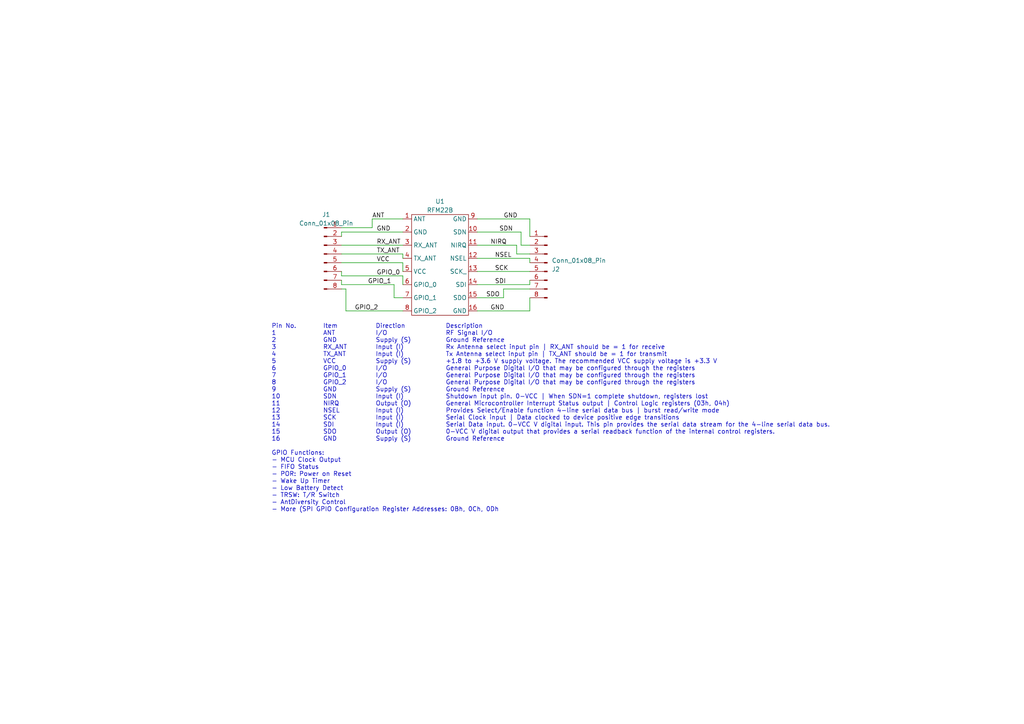
<source format=kicad_sch>
(kicad_sch (version 20230121) (generator eeschema)
  (paper "A4")
  (lib_symbols
    (symbol "Connector:Conn_01x08_Pin" (pin_names (offset 1.016) hide)
      (property "Reference" "J" (at 0 10.16 0))
      (property "Value" "Conn_01x08_Pin" (at 0 -12.7 0))
      (symbol "Conn_01x08_Pin_1_1"
        (polyline (pts (xy 1.27 -10.16) (xy 0.8636 -10.16)) (stroke (width 0.1524)))
        (polyline (pts (xy 1.27 -7.62) (xy 0.8636 -7.62)) (stroke (width 0.1524)))
        (polyline (pts (xy 1.27 -5.08) (xy 0.8636 -5.08)) (stroke (width 0.1524)))
        (polyline (pts (xy 1.27 -2.54) (xy 0.8636 -2.54)) (stroke (width 0.1524)))
        (polyline (pts (xy 1.27 0) (xy 0.8636 0)) (stroke (width 0.1524)))
        (polyline (pts (xy 1.27 2.54) (xy 0.8636 2.54)) (stroke (width 0.1524)))
        (polyline (pts (xy 1.27 5.08) (xy 0.8636 5.08)) (stroke (width 0.1524)))
        (polyline (pts (xy 1.27 7.62) (xy 0.8636 7.62)) (stroke (width 0.1524)))
        (rectangle (start 0.8636 -10.033) (end 0 -10.287) (stroke (width 0.1524)) (fill (type outline)))
        (rectangle (start 0.8636 -7.493) (end 0 -7.747) (stroke (width 0.1524)) (fill (type outline)))
        (rectangle (start 0.8636 -4.953) (end 0 -5.207) (stroke (width 0.1524)) (fill (type outline)))
        (rectangle (start 0.8636 -2.413) (end 0 -2.667) (stroke (width 0.1524)) (fill (type outline)))
        (rectangle (start 0.8636 0.127) (end 0 -0.127) (stroke (width 0.1524)) (fill (type outline)))
        (rectangle (start 0.8636 2.667) (end 0 2.413) (stroke (width 0.1524)) (fill (type outline)))
        (rectangle (start 0.8636 5.207) (end 0 4.953) (stroke (width 0.1524)) (fill (type outline)))
        (rectangle (start 0.8636 7.747) (end 0 7.493) (stroke (width 0.1524)) (fill (type outline)))
        (pin passive line (at 5.08 7.62 180) (length 3.81) (name "Pin_1") (number "1"))
        (pin passive line (at 5.08 5.08 180) (length 3.81) (name "Pin_2") (number "2"))
        (pin passive line (at 5.08 2.54 180) (length 3.81) (name "Pin_3") (number "3"))
        (pin passive line (at 5.08 0 180) (length 3.81) (name "Pin_4") (number "4"))
        (pin passive line (at 5.08 -2.54 180) (length 3.81) (name "Pin_5") (number "5"))
        (pin passive line (at 5.08 -5.08 180) (length 3.81) (name "Pin_6") (number "6"))
        (pin passive line (at 5.08 -7.62 180) (length 3.81) (name "Pin_7") (number "7"))
        (pin passive line (at 5.08 -10.16 180) (length 3.81) (name "Pin_8") (number "8"))
      )
    )
    (symbol "PersonalSymbolsBuilt:RFM22B"
      (property "Reference" "U" (at -1.27 3.81 0))
      (property "Value" "RFM22B" (at 10.16 3.81 0))
      (symbol "RFM22B_0_1"
        (rectangle (start -2.54 2.54) (end 13.97 -26.67))
      )
      (symbol "RFM22B_1_1"
        (pin bidirectional line (at -5.08 1.27 0) (length 2.54) (name "ANT") (number "1"))
        (pin input line (at 16.51 -2.54 180) (length 2.54) (name "SDN") (number "10"))
        (pin output line (at 16.51 -6.35 180) (length 2.54) (name "NIRQ") (number "11"))
        (pin input line (at 16.51 -10.16 180) (length 2.54) (name "NSEL") (number "12"))
        (pin input line (at 16.51 -13.97 180) (length 2.54) (name "SCK_") (number "13"))
        (pin input line (at 16.51 -17.78 180) (length 2.54) (name "SDI") (number "14"))
        (pin output line (at 16.51 -21.59 180) (length 2.54) (name "SDO") (number "15"))
        (pin power_out line (at 16.51 -25.4 180) (length 2.54) (name "GND") (number "16"))
        (pin power_out line (at -5.08 -2.54 0) (length 2.54) (name "GND") (number "2"))
        (pin input line (at -5.08 -6.35 0) (length 2.54) (name "RX_ANT") (number "3"))
        (pin input line (at -5.08 -10.16 0) (length 2.54) (name "TX_ANT") (number "4"))
        (pin power_in line (at -5.08 -13.97 0) (length 2.54) (name "VCC") (number "5"))
        (pin bidirectional line (at -5.08 -17.78 0) (length 2.54) (name "GPIO_0") (number "6"))
        (pin bidirectional line (at -5.08 -21.59 0) (length 2.54) (name "GPIO_1") (number "7"))
        (pin bidirectional line (at -5.08 -25.4 0) (length 2.54) (name "GPIO_2") (number "8"))
        (pin power_out line (at 16.51 1.27 180) (length 2.54) (name "GND") (number "9"))
      )
    )
  )
  (wire (pts (xy 138.43 82.55) (xy 153.67 82.55)))
  (wire (pts (xy 138.43 67.31) (xy 151.13 67.31)))
  (wire (pts (xy 116.84 80.01) (xy 99.06 80.01)))
  (wire (pts (xy 138.43 74.93) (xy 153.67 74.93)))
  (wire (pts (xy 99.06 80.01) (xy 99.06 78.74)))
  (wire (pts (xy 151.13 67.31) (xy 151.13 71.12)))
  (wire (pts (xy 107.95 63.5) (xy 116.84 63.5)))
  (wire (pts (xy 146.05 83.82) (xy 153.67 83.82)))
  (wire (pts (xy 99.06 73.66) (xy 116.84 73.66)))
  (wire (pts (xy 99.06 82.55) (xy 99.06 81.28)))
  (wire (pts (xy 153.67 86.36) (xy 153.67 90.17)))
  (wire (pts (xy 99.06 82.55) (xy 114.3 82.55)))
  (wire (pts (xy 153.67 82.55) (xy 153.67 81.28)))
  (wire (pts (xy 153.67 63.5) (xy 153.67 68.58)))
  (wire (pts (xy 116.84 67.31) (xy 99.06 67.31)))
  (wire (pts (xy 99.06 66.04) (xy 107.95 66.04)))
  (wire (pts (xy 99.06 67.31) (xy 99.06 68.58)))
  (wire (pts (xy 153.67 74.93) (xy 153.67 76.2)))
  (wire (pts (xy 100.33 90.17) (xy 116.84 90.17)))
  (wire (pts (xy 99.06 71.12) (xy 116.84 71.12)))
  (wire (pts (xy 138.43 86.36) (xy 146.05 86.36)))
  (wire (pts (xy 138.43 78.74) (xy 153.67 78.74)))
  (wire (pts (xy 116.84 76.2) (xy 116.84 78.74)))
  (wire (pts (xy 116.84 82.55) (xy 116.84 80.01)))
  (wire (pts (xy 99.06 83.82) (xy 100.33 83.82)))
  (wire (pts (xy 138.43 71.12) (xy 149.86 71.12)))
  (wire (pts (xy 99.06 76.2) (xy 116.84 76.2)))
  (wire (pts (xy 114.3 86.36) (xy 116.84 86.36)))
  (wire (pts (xy 149.86 71.12) (xy 149.86 73.66)))
  (wire (pts (xy 146.05 86.36) (xy 146.05 83.82)))
  (wire (pts (xy 107.95 66.04) (xy 107.95 63.5)))
  (wire (pts (xy 149.86 73.66) (xy 153.67 73.66)))
  (wire (pts (xy 100.33 83.82) (xy 100.33 90.17)))
  (wire (pts (xy 116.84 74.93) (xy 116.84 73.66)))
  (wire (pts (xy 151.13 71.12) (xy 153.67 71.12)))
  (wire (pts (xy 153.67 90.17) (xy 138.43 90.17)))
  (wire (pts (xy 138.43 63.5) (xy 153.67 63.5)))
  (wire (pts (xy 114.3 82.55) (xy 114.3 86.36)))
  (text "Pin No.		Item		Direction		Description\n1			ANT	 		I/O				RF Signal I/O \n2			GND	 		Supply (S)		Ground Reference\n3			RX_ANT		Input (I)		Rx Antenna select input pin | RX_ANT should be = 1 for receive\n4			TX_ANT		Input (I)		Tx Antenna select input pin | TX_ANT should be = 1 for transmit\n5			VCC			Supply (S)		+1.8 to +3.6 V supply voltage. The recommended VCC supply voltage is +3.3 V\n6			GPIO_0		I/O				General Purpose Digital I/O that may be configured through the registers \n7			GPIO_1		I/O				General Purpose Digital I/O that may be configured through the registers \n8			GPIO_2		I/O				General Purpose Digital I/O that may be configured through the registers \n9			GND			Supply (S)		Ground Reference\n10			SDN			Input (I)		Shutdown input pin. 0-VCC | When SDN=1 complete shutdown, registers lost\n11			NIRQ		Output (O)		General Microcontroller Interrupt Status output | Control Logic registers (03h, 04h)\n12			NSEL		Input (I)		Provides Select/Enable function 4-line serial data bus | burst read/write mode  \n13			SCK			Input (I)		Serial Clock input | Data clocked to device positive edge transitions \n14			SDI			Input (I)		Serial Data input. 0-VCC V digital input. This pin provides the serial data stream for the 4-line serial data bus.\n15			SDO			Output (O)		0-VCC V digital output that provides a serial readback function of the internal control registers.\n16			GND			Supply (S)		Ground Reference\n\nGPIO Functions: \n- MCU Clock Output\n- FIFO Status\n- POR: Power on Reset \n- Wake Up Timer\n- Low Battery Detect\n- TRSW: T/R Switch \n- AntDiversity Control \n- More (SPI GPIO Configuration Register Addresses: 0Bh, 0Ch, 0Dh " (at 78.74 148.59 0) (effects (font (size 1.27 1.27)) (justify left bottom)))
  (label "ANT" (at 107.95 63.5 0))
  (label "GND" (at 146.05 63.5 0))
  (label "GND" (at 142.24 90.17 0))
  (label "NIRQ" (at 142.24 71.12 0))
  (label "RX_ANT" (at 109.22 71.12 0))
  (label "GND" (at 109.22 67.31 0))
  (label "SDO" (at 140.97 86.36 0))
  (label "GPIO_2" (at 102.87 90.17 0))
  (label "VCC" (at 109.22 76.2 0))
  (label "SDI" (at 143.51 82.55 0))
  (label "GPIO_1" (at 106.68 82.55 0))
  (label "NSEL" (at 143.51 74.93 0))
  (label "TX_ANT" (at 109.22 73.66 0))
  (label "SCK" (at 143.51 78.74 0))
  (label "GPIO_0" (at 109.22 80.01 0))
  (label "SDN" (at 144.78 67.31 0))
  (symbol (lib_id "Connector:Conn_01x08_Pin") (at 93.98 73.66 0) (unit 1)
    (property "Reference" "J1" (at 94.615 62.23 0))
    (property "Value" "Conn_01x08_Pin" (at 94.615 64.77 0))
    (property "Footprint" "Connector_PinHeader_2.54mm:PinHeader_1x08_P2.54mm_Vertical" (effects hide))
  )
  (symbol (lib_id "Connector:Conn_01x08_Pin") (at 158.75 76.2 0) (mirror y) (unit 1)
    (property "Reference" "J2" (at 160.02 78.105 0) (effects (justify right)))
    (property "Value" "Conn_01x08_Pin" (at 160.02 75.565 0) (effects (justify right)))
    (property "Footprint" "Connector_PinHeader_2.54mm:PinHeader_1x08_P2.54mm_Vertical" (effects hide))
  )
  (symbol (lib_id "PersonalSymbolsBuilt:RFM22B") (at 121.92 64.77 0) (unit 1)
    (property "Reference" "U1" (at 127.635 58.42 0))
    (property "Value" "RFM22B" (at 127.635 60.96 0))
    (property "Footprint" "PersonalFootprintsBuilt:RFM22B" (effects hide))
  )
)
</source>
